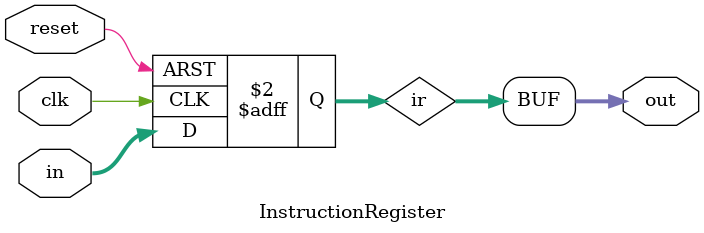
<source format=v>
module InstructionRegister (
    input clk,
    input reset,
    input [15:0] in,
    output [15:0] out
);

reg [15:0] ir;

always @(posedge clk, posedge reset) begin
    if (reset)
        ir <= 16'b0;
    else
        ir <= in;
end

assign out = ir;

endmodule
</source>
